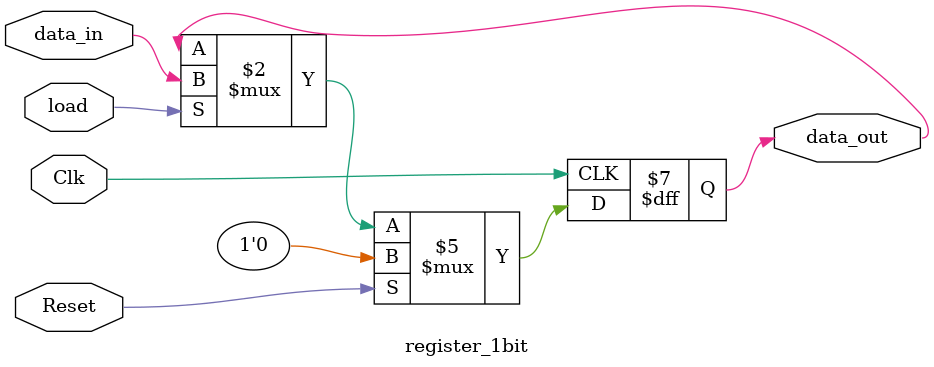
<source format=sv>
module BEN_UNIT (
			input logic Clk,Reset,LD_BEN,LD_CC,
			input logic[15:0] IR,bus_output,
			output logic BEN
);
logic[2:0] down_logic,data_out_nzp, temp_bit;

logic ben_input;
always_comb
begin
if(bus_output == 16'h0000)
 down_logic = 3'b010;
else if(bus_output[15] == 1'b1)
down_logic = 3'b100;
else
down_logic = 3'b001;
end


register_3bit nzp(.*,.data_out(data_out_nzp),.data_in(down_logic),.load(LD_CC));


always_comb
begin
	temp_bit = IR[11:9];
	ben_input = (data_out_nzp[2] & temp_bit[2]) | (data_out_nzp[1] & temp_bit[1]) | (data_out_nzp[0] & temp_bit[0]);
end


register_1bit ben_reg(.Clk,.Reset,.load(LD_BEN),.data_in(ben_input),.data_out(BEN));


endmodule



module register_3bit(
				input logic Clk,Reset,load,
				input logic[2:0] data_in,
				output logic[2:0] data_out
);

always_ff @(posedge Clk)
begin
	if(Reset)
		data_out <= 3'b000;
	else if(load)
		data_out <= data_in;
end
endmodule



module register_1bit(
				input logic Clk,Reset,load,
				input logic data_in,
				output logic data_out
);

always_ff @(posedge Clk)
begin
	if(Reset)
		data_out <= 1'b0;
	else if(load)
		data_out <= data_in;
end
endmodule

</source>
